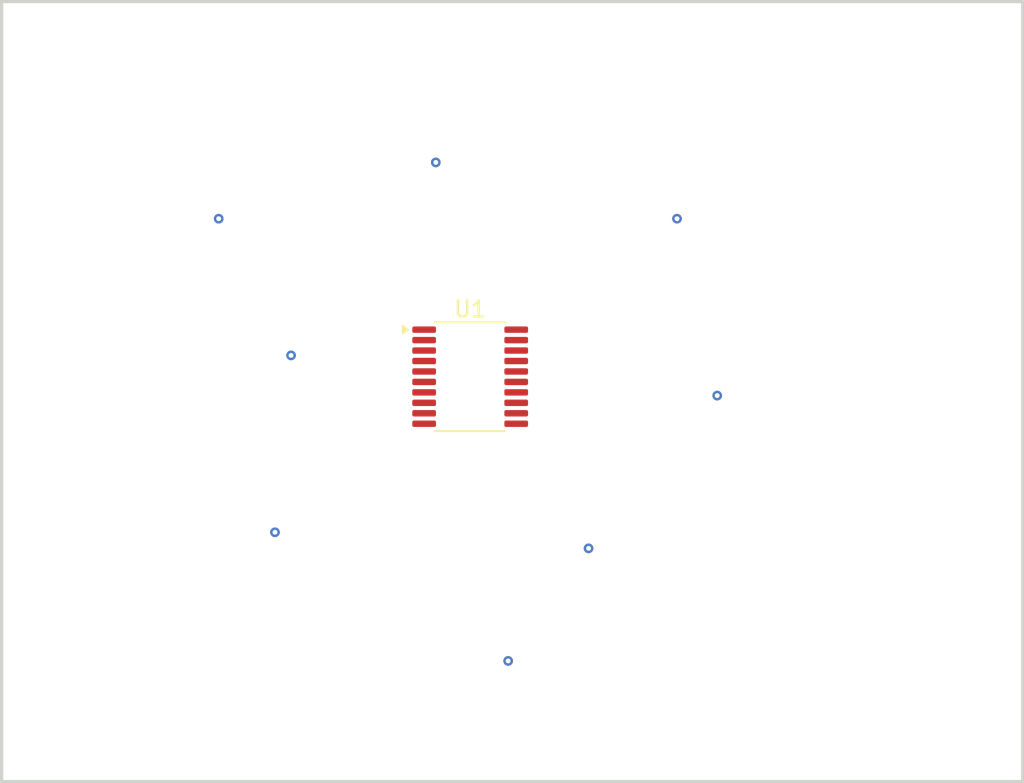
<source format=kicad_pcb>
(kicad_pcb (version 20240108) (generator "pcbnew") (generator_version "8.0")
  (layers (0 "F.Cu" signal) (31 "B.Cu" signal) (34 "B.Paste" user) (35 "F.Paste" user) (36 "B.SilkS" user "B.Silkscreen") (37 "F.SilkS" user "F.Silkscreen") (38 "B.Mask" user) (39 "F.Mask" user) (44 "Edge.Cuts" user))
  (net 0 "")
  (footprint "Package_SO:TSSOP-20_4.4x6.5mm_P0.65mm" (layer "F.Cu") (at 150.1375 100.325)
    (property "Reference" "U1" (at 0 -4.2 0) (layer "F.SilkS"))
    (property "Value" "STM32C011F6Px")
    (fp_line (start 0 -3.385) (end -2.2 -3.385) (stroke (width 0.12)) (layer "F.SilkS"))
    (fp_line (start 0 -3.385) (end 2.2 -3.385) (stroke (width 0.12)) (layer "F.SilkS"))
    (fp_line (start 0 3.385) (end -2.2 3.385) (stroke (width 0.12)) (layer "F.SilkS"))
    (fp_line (start 0 3.385) (end 2.2 3.385) (stroke (width 0.12)) (layer "F.SilkS"))
    (fp_poly (pts (xy -3.86 -2.925) (xy -4.19 -3.165) (xy -4.19 -2.685) (xy -3.86 -2.925)) (stroke (width 0.12)) (fill solid) (layer "F.SilkS"))
    (pad "1" smd roundrect (at -2.8625 -2.925) (size 1.475 0.4) (layers "F.Cu" "F.Paste" "F.Mask"))
    (pad "2" smd roundrect (at -2.8625 -2.275) (size 1.475 0.4) (layers "F.Cu" "F.Paste" "F.Mask"))
    (pad "3" smd roundrect (at -2.8625 -1.625) (size 1.475 0.4) (layers "F.Cu" "F.Paste" "F.Mask"))
    (pad "4" smd roundrect (at -2.8625 -0.975) (size 1.475 0.4) (layers "F.Cu" "F.Paste" "F.Mask"))
    (pad "5" smd roundrect (at -2.8625 -0.325) (size 1.475 0.4) (layers "F.Cu" "F.Paste" "F.Mask"))
    (pad "6" smd roundrect (at -2.8625 0.325) (size 1.475 0.4) (layers "F.Cu" "F.Paste" "F.Mask"))
    (pad "7" smd roundrect (at -2.8625 0.975) (size 1.475 0.4) (layers "F.Cu" "F.Paste" "F.Mask"))
    (pad "8" smd roundrect (at -2.8625 1.625) (size 1.475 0.4) (layers "F.Cu" "F.Paste" "F.Mask"))
    (pad "9" smd roundrect (at -2.8625 2.275) (size 1.475 0.4) (layers "F.Cu" "F.Paste" "F.Mask"))
    (pad "10" smd roundrect (at -2.8625 2.925) (size 1.475 0.4) (layers "F.Cu" "F.Paste" "F.Mask"))
    (pad "11" smd roundrect (at 2.8625 2.925) (size 1.475 0.4) (layers "F.Cu" "F.Paste" "F.Mask"))
    (pad "12" smd roundrect (at 2.8625 2.275) (size 1.475 0.4) (layers "F.Cu" "F.Paste" "F.Mask"))
    (pad "13" smd roundrect (at 2.8625 1.625) (size 1.475 0.4) (layers "F.Cu" "F.Paste" "F.Mask"))
    (pad "14" smd roundrect (at 2.8625 0.975) (size 1.475 0.4) (layers "F.Cu" "F.Paste" "F.Mask"))
    (pad "15" smd roundrect (at 2.8625 0.325) (size 1.475 0.4) (layers "F.Cu" "F.Paste" "F.Mask"))
    (pad "16" smd roundrect (at 2.8625 -0.325) (size 1.475 0.4) (layers "F.Cu" "F.Paste" "F.Mask"))
    (pad "17" smd roundrect (at 2.8625 -0.975) (size 1.475 0.4) (layers "F.Cu" "F.Paste" "F.Mask"))
    (pad "18" smd roundrect (at 2.8625 -1.625) (size 1.475 0.4) (layers "F.Cu" "F.Paste" "F.Mask"))
    (pad "19" smd roundrect (at 2.8625 -2.275) (size 1.475 0.4) (layers "F.Cu" "F.Paste" "F.Mask"))
    (pad "20" smd roundrect (at 2.8625 -2.925) (size 1.475 0.4) (layers "F.Cu" "F.Paste" "F.Mask"))
  )
  (gr_rect (start 121 77) (end 184.5 125.5) (stroke (width 0.2)) (fill none) (layer "Edge.Cuts"))
  (via (at 165.5 101.5) (size 0.6) (drill 0.3) (layers "F.Cu" "B.Cu") (net 0))
  (via (at 163 90.5) (size 0.6) (drill 0.3) (layers "F.Cu" "B.Cu") (net 0))
  (via (at 134.5 90.5) (size 0.6) (drill 0.3) (layers "F.Cu" "B.Cu") (net 0))
  (via (at 148 87) (size 0.6) (drill 0.3) (layers "F.Cu" "B.Cu") (net 0))
  (via (at 157.5 111) (size 0.6) (drill 0.3) (layers "F.Cu" "B.Cu") (net 0))
  (via (at 152.5 118) (size 0.6) (drill 0.3) (layers "F.Cu" "B.Cu") (net 0))
  (via (at 139 99) (size 0.6) (drill 0.3) (layers "F.Cu" "B.Cu") (net 0))
  (via (at 138 110) (size 0.6) (drill 0.3) (layers "F.Cu" "B.Cu") (net 0))
)
</source>
